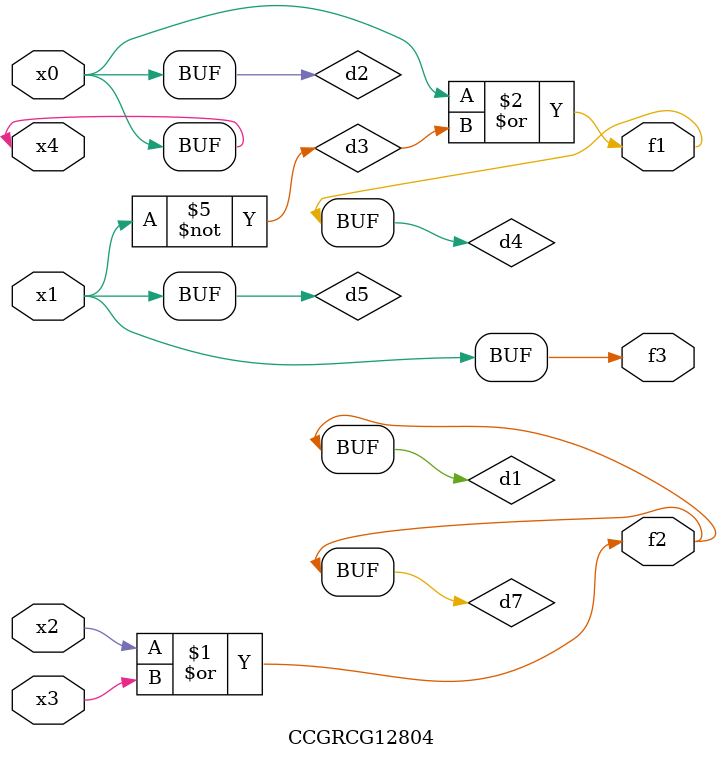
<source format=v>
module CCGRCG12804(
	input x0, x1, x2, x3, x4,
	output f1, f2, f3
);

	wire d1, d2, d3, d4, d5, d6, d7;

	or (d1, x2, x3);
	buf (d2, x0, x4);
	not (d3, x1);
	or (d4, d2, d3);
	not (d5, d3);
	nand (d6, d1, d3);
	or (d7, d1);
	assign f1 = d4;
	assign f2 = d7;
	assign f3 = d5;
endmodule

</source>
